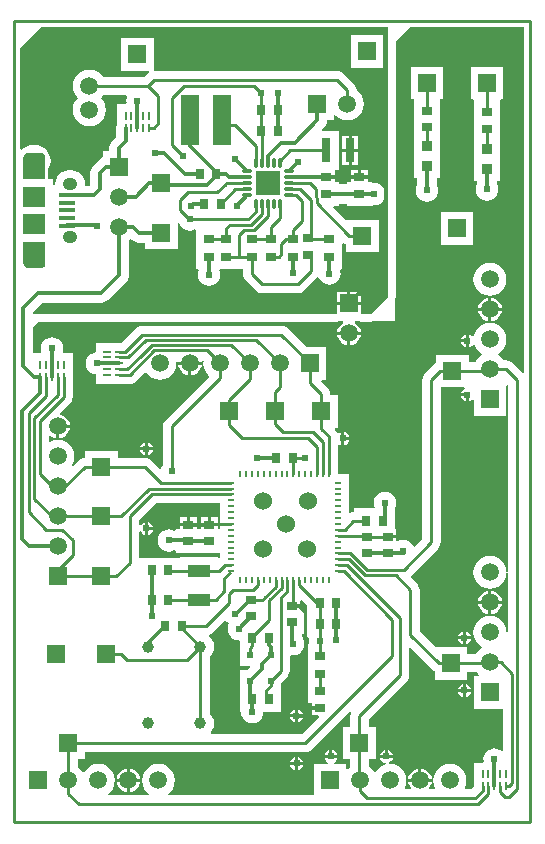
<source format=gtl>
G04 Layer_Physical_Order=1*
G04 Layer_Color=255*
%FSLAX25Y25*%
%MOIN*%
G70*
G01*
G75*
%ADD10R,0.05315X0.01575*%
%ADD11R,0.07480X0.07087*%
%ADD12R,0.03150X0.03543*%
%ADD13R,0.07500X0.04300*%
%ADD14R,0.01000X0.02800*%
%ADD15R,0.03347X0.03347*%
%ADD16R,0.03543X0.03150*%
%ADD17R,0.02800X0.01000*%
%ADD18O,0.03347X0.01181*%
%ADD19O,0.01181X0.03347*%
%ADD20R,0.08465X0.08465*%
%ADD21R,0.06299X0.16929*%
%ADD22R,0.03150X0.07874*%
%ADD23R,0.03543X0.02756*%
%ADD24R,0.01929X0.02244*%
%ADD25R,0.00984X0.02362*%
%ADD26R,0.02362X0.00984*%
%ADD27C,0.01400*%
%ADD28C,0.01000*%
%ADD29C,0.01200*%
%ADD30C,0.06000*%
%ADD31O,0.04921X0.04134*%
%ADD32C,0.05905*%
%ADD33R,0.05905X0.05905*%
%ADD34R,0.05905X0.05905*%
%ADD35C,0.01575*%
%ADD36C,0.05937*%
%ADD37C,0.03937*%
%ADD38C,0.02400*%
G36*
X112295Y36808D02*
X112077Y36283D01*
X111974Y35500D01*
Y31953D01*
X109547D01*
Y21047D01*
X111974D01*
Y18423D01*
X111278Y17889D01*
X111093Y17648D01*
X110619Y17809D01*
Y19453D01*
X106699D01*
X106392Y19917D01*
X106396Y19953D01*
X107086Y20414D01*
X107572Y21142D01*
X107644Y21500D01*
X103356D01*
X103428Y21142D01*
X103914Y20414D01*
X104604Y19953D01*
X104608Y19917D01*
X104301Y19453D01*
X99714D01*
Y9026D01*
X51296D01*
X51126Y9526D01*
X51889Y10111D01*
X52763Y11250D01*
X53312Y12577D01*
X53500Y14000D01*
X53312Y15423D01*
X52763Y16750D01*
X51889Y17889D01*
X50750Y18763D01*
X49424Y19312D01*
X48000Y19500D01*
X46576Y19312D01*
X45250Y18763D01*
X44111Y17889D01*
X43237Y16750D01*
X42688Y15423D01*
X42500Y14000D01*
X42688Y12577D01*
X43237Y11250D01*
X44111Y10111D01*
X44874Y9526D01*
X44704Y9026D01*
X31296D01*
X31126Y9526D01*
X31889Y10111D01*
X32763Y11250D01*
X33312Y12577D01*
X33500Y14000D01*
X33312Y15423D01*
X32763Y16750D01*
X31889Y17889D01*
X30750Y18763D01*
X29423Y19312D01*
X28000Y19500D01*
X26577Y19312D01*
X25250Y18763D01*
X24111Y17889D01*
X23281Y16807D01*
X23000Y16776D01*
X22719Y16807D01*
X21889Y17889D01*
X21026Y18551D01*
Y21047D01*
X23453D01*
Y23474D01*
X97000D01*
X97783Y23577D01*
X98513Y23879D01*
X99140Y24360D01*
X111871Y37092D01*
X112295Y36808D01*
D02*
G37*
G36*
X9728Y222897D02*
X10060Y222565D01*
X10240Y222131D01*
Y221896D01*
Y214474D01*
X2760D01*
Y221108D01*
Y221500D01*
X3060Y222223D01*
X3613Y222777D01*
X4337Y223077D01*
X9294D01*
X9728Y222897D01*
D02*
G37*
G36*
X139360Y50860D02*
X139987Y50380D01*
X140047Y50355D01*
Y47547D01*
X150953D01*
Y49974D01*
X154205D01*
X154611Y49444D01*
X154852Y49259D01*
X154691Y48786D01*
X153047D01*
Y37881D01*
X162974D01*
Y23982D01*
X162474Y23765D01*
X161866Y24232D01*
X160966Y24605D01*
X160000Y24732D01*
X159034Y24605D01*
X158134Y24232D01*
X157361Y23639D01*
X156768Y22866D01*
X156395Y21966D01*
X156268Y21000D01*
X156347Y20400D01*
X155939Y19900D01*
X153100D01*
Y12197D01*
X153074Y12000D01*
Y11853D01*
X152247Y11026D01*
X150359D01*
X150044Y11526D01*
X150479Y12577D01*
X150666Y14000D01*
X150479Y15423D01*
X149930Y16750D01*
X149056Y17889D01*
X147917Y18763D01*
X146590Y19312D01*
X145167Y19500D01*
X143743Y19312D01*
X142417Y18763D01*
X141278Y17889D01*
X140404Y16750D01*
X139854Y15423D01*
X139667Y14000D01*
X139854Y12577D01*
X140289Y11526D01*
X139975Y11026D01*
X138497D01*
X138251Y11526D01*
X138619Y12007D01*
X139018Y12968D01*
X139088Y13500D01*
X131246D01*
X131316Y12968D01*
X131714Y12007D01*
X132083Y11526D01*
X131836Y11026D01*
X130359D01*
X130044Y11526D01*
X130479Y12577D01*
X130666Y14000D01*
X130479Y15423D01*
X129930Y16750D01*
X129056Y17889D01*
X127917Y18763D01*
X126590Y19312D01*
X125167Y19500D01*
X124925Y19958D01*
X124925Y19972D01*
X125586Y20414D01*
X126072Y21142D01*
X126144Y21500D01*
X121856D01*
X121928Y21142D01*
X122414Y20414D01*
X123142Y19928D01*
X123703Y19816D01*
X123738Y19346D01*
X123720Y19303D01*
X122417Y18763D01*
X121278Y17889D01*
X120447Y16807D01*
X120167Y16776D01*
X119886Y16807D01*
X119056Y17889D01*
X118026Y18679D01*
Y21047D01*
X120453D01*
Y31953D01*
X118026D01*
Y34247D01*
X130640Y46860D01*
X131121Y47487D01*
X131423Y48217D01*
X131526Y49000D01*
Y58042D01*
X131988Y58233D01*
X139360Y50860D01*
D02*
G37*
G36*
X97669Y72052D02*
Y68728D01*
Y61728D01*
X97757D01*
X98108Y61228D01*
X98012Y60500D01*
X98100Y59831D01*
X97728Y59331D01*
X97728D01*
Y51575D01*
Y45669D01*
Y39681D01*
X99228D01*
Y38744D01*
X102000D01*
Y37744D01*
X99228D01*
Y35669D01*
X101237D01*
X101428Y35207D01*
X95747Y29526D01*
X65597D01*
X65350Y30026D01*
X65903Y30746D01*
X66353Y31833D01*
X66507Y33000D01*
X66353Y34166D01*
X65903Y35254D01*
X65187Y36187D01*
X65026Y36311D01*
Y55189D01*
X65187Y55313D01*
X65903Y56247D01*
X66353Y57333D01*
X66507Y58500D01*
X66353Y59667D01*
X65903Y60754D01*
X65187Y61687D01*
X64698Y62062D01*
X64760Y62435D01*
X64825Y62595D01*
X65513Y62880D01*
X66140Y63360D01*
X70063Y67284D01*
X70562Y67251D01*
X70861Y66861D01*
X71520Y66356D01*
X71151Y65466D01*
X71024Y64500D01*
X71151Y63534D01*
X71524Y62634D01*
X72117Y61861D01*
X72890Y61268D01*
X73790Y60895D01*
X74756Y60768D01*
X74793Y60773D01*
X75169Y60443D01*
Y59453D01*
X75091D01*
Y52209D01*
X78377D01*
X78568Y51747D01*
X77613Y50791D01*
X75091D01*
Y43547D01*
X75169D01*
Y36728D01*
X75514D01*
X75639Y35778D01*
X76012Y34878D01*
X76605Y34105D01*
X77378Y33512D01*
X78278Y33139D01*
X79244Y33012D01*
X80210Y33139D01*
X81110Y33512D01*
X81883Y34105D01*
X82476Y34878D01*
X82849Y35778D01*
X82974Y36728D01*
X88831D01*
Y43547D01*
X88909D01*
Y46355D01*
X90840Y48285D01*
X90840Y48285D01*
X91321Y48911D01*
X91623Y49641D01*
X91726Y50424D01*
Y55540D01*
X92226Y55870D01*
X93000Y55768D01*
X93966Y55895D01*
X94866Y56268D01*
X95639Y56861D01*
X96232Y57634D01*
X96605Y58534D01*
X96732Y59500D01*
X96605Y60466D01*
X96232Y61366D01*
X95728Y62023D01*
Y62669D01*
X96772D01*
Y70819D01*
X95272D01*
Y71756D01*
X92500D01*
Y72756D01*
X95272D01*
Y73796D01*
X95734Y73987D01*
X97669Y72052D01*
D02*
G37*
G36*
X10240Y186049D02*
Y185814D01*
X10060Y185380D01*
X9728Y185048D01*
X9294Y184868D01*
X4337D01*
X3613Y185168D01*
X3060Y185722D01*
X2760Y186445D01*
Y186837D01*
Y193471D01*
X10240D01*
Y186049D01*
D02*
G37*
G36*
X164474Y145736D02*
Y83561D01*
X163974Y83529D01*
X163962Y83622D01*
X163812Y84757D01*
X163263Y86083D01*
X162389Y87222D01*
X161250Y88096D01*
X159924Y88646D01*
X158500Y88833D01*
X157077Y88646D01*
X155750Y88096D01*
X154611Y87222D01*
X153737Y86083D01*
X153188Y84757D01*
X153000Y83333D01*
X153188Y81910D01*
X153737Y80583D01*
X154611Y79444D01*
X155750Y78570D01*
X157077Y78021D01*
X158500Y77833D01*
X159924Y78021D01*
X161250Y78570D01*
X162389Y79444D01*
X163263Y80583D01*
X163812Y81910D01*
X163962Y83045D01*
X163974Y83138D01*
X164474Y83105D01*
Y63561D01*
X163974Y63529D01*
X163812Y64757D01*
X163263Y66083D01*
X162389Y67222D01*
X161250Y68096D01*
X159924Y68646D01*
X158500Y68833D01*
X157077Y68646D01*
X155750Y68096D01*
X154611Y67222D01*
X153737Y66083D01*
X153188Y64757D01*
X153000Y63333D01*
X153188Y61910D01*
X153737Y60583D01*
X154611Y59444D01*
X155693Y58614D01*
X155724Y58333D01*
X155693Y58053D01*
X154611Y57222D01*
X153737Y56083D01*
X153713Y56026D01*
X150953D01*
Y58453D01*
X140326D01*
X135026Y63753D01*
Y77500D01*
X135026Y77500D01*
X134923Y78283D01*
X134620Y79013D01*
X134140Y79640D01*
X134140Y79640D01*
X131901Y81878D01*
X131906Y81960D01*
X141140Y91193D01*
X141621Y91820D01*
X141923Y92550D01*
X142026Y93333D01*
Y145047D01*
X149801D01*
X150108Y144583D01*
X150104Y144547D01*
X149414Y144086D01*
X148928Y143358D01*
X148856Y143000D01*
X151000D01*
Y142500D01*
X151500D01*
Y140356D01*
X151858Y140428D01*
X152547Y140888D01*
X153047Y140773D01*
Y135547D01*
X163953D01*
Y145483D01*
X164453Y145750D01*
X164474Y145736D01*
D02*
G37*
G36*
X170000Y265000D02*
X170000Y149977D01*
X169500Y149779D01*
X166140Y153140D01*
X165513Y153621D01*
X164783Y153923D01*
X164000Y154026D01*
X163051D01*
X162389Y154889D01*
X161307Y155719D01*
X161276Y156000D01*
X161307Y156281D01*
X162389Y157111D01*
X163263Y158250D01*
X163812Y159576D01*
X164000Y161000D01*
X163812Y162424D01*
X163263Y163750D01*
X162389Y164889D01*
X161250Y165763D01*
X159924Y166312D01*
X158500Y166500D01*
X157077Y166312D01*
X155750Y165763D01*
X154611Y164889D01*
X153737Y163750D01*
X153188Y162424D01*
X153144Y162093D01*
X152657Y161980D01*
X152586Y162086D01*
X151858Y162572D01*
X151500Y162644D01*
Y160500D01*
Y158356D01*
X151858Y158428D01*
X152586Y158914D01*
X152793Y159223D01*
X153357Y159168D01*
X153737Y158250D01*
X154611Y157111D01*
X155693Y156281D01*
X155724Y156000D01*
X155693Y155719D01*
X154611Y154889D01*
X153737Y153750D01*
X153644Y153526D01*
X151453D01*
Y155953D01*
X140547D01*
Y153145D01*
X140487Y153121D01*
X139860Y152640D01*
X136860Y149640D01*
X136380Y149013D01*
X136077Y148283D01*
X135974Y147500D01*
Y94586D01*
X133349Y91962D01*
X132859Y92059D01*
X132732Y92366D01*
X132139Y93139D01*
X131366Y93732D01*
X130466Y94105D01*
X129500Y94232D01*
X128534Y94105D01*
X127844Y93819D01*
X127272D01*
Y94756D01*
X124500D01*
Y95756D01*
X127272D01*
Y97831D01*
X126831D01*
Y104772D01*
X126831D01*
X126805Y104810D01*
X127105Y105534D01*
X127232Y106500D01*
X127105Y107466D01*
X126732Y108366D01*
X126139Y109139D01*
X125366Y109732D01*
X124466Y110105D01*
X123500Y110232D01*
X122534Y110105D01*
X121634Y109732D01*
X120861Y109139D01*
X120268Y108366D01*
X119895Y107466D01*
X119768Y106500D01*
X119895Y105534D01*
X120039Y105187D01*
X119761Y104772D01*
X113169D01*
Y103526D01*
X113000D01*
X112217Y103423D01*
X111898Y103291D01*
X111398Y103625D01*
Y106335D01*
Y110272D01*
Y116256D01*
X107790D01*
Y125896D01*
X108290Y126163D01*
X108642Y125928D01*
X109000Y125856D01*
Y128000D01*
Y130144D01*
X108642Y130072D01*
X108138Y129736D01*
X107572Y129858D01*
X107534Y129888D01*
X107384Y130249D01*
X106903Y130876D01*
X106694Y131085D01*
X106885Y131547D01*
X107753D01*
Y142453D01*
X105326D01*
Y142800D01*
X105223Y143583D01*
X104920Y144313D01*
X104440Y144940D01*
X102294Y147085D01*
X102485Y147547D01*
X103953D01*
Y158453D01*
X97326D01*
X91140Y164640D01*
X90513Y165120D01*
X89783Y165423D01*
X89000Y165526D01*
X42500D01*
X42500Y165526D01*
X41717Y165423D01*
X40987Y165120D01*
X40360Y164640D01*
X40360Y164640D01*
X35647Y159926D01*
X35000D01*
X34803Y159900D01*
X27100D01*
Y156679D01*
X26534Y156605D01*
X25634Y156232D01*
X24861Y155639D01*
X24268Y154866D01*
X23895Y153966D01*
X23768Y153000D01*
X23895Y152034D01*
X24268Y151134D01*
X24861Y150361D01*
X25634Y149768D01*
X26534Y149395D01*
X27100Y149321D01*
Y146100D01*
X34803D01*
X35000Y146074D01*
X35197Y146100D01*
X38900D01*
Y146240D01*
X39186Y146277D01*
X39916Y146580D01*
X40543Y147060D01*
X43378Y149896D01*
X44042Y149853D01*
X44611Y149111D01*
X45750Y148237D01*
X47076Y147688D01*
X48500Y147500D01*
X49924Y147688D01*
X51250Y148237D01*
X52389Y149111D01*
X53263Y150250D01*
X53812Y151576D01*
X54000Y153000D01*
X53945Y153413D01*
X54270Y153766D01*
X54489Y153500D01*
X58500D01*
X62421D01*
X62408Y153599D01*
X62718Y154014D01*
X63085Y153646D01*
X63000Y153000D01*
X63188Y151576D01*
X63737Y150250D01*
X64611Y149111D01*
X64662Y149072D01*
X64694Y148573D01*
X50360Y134240D01*
X49880Y133613D01*
X49577Y132883D01*
X49474Y132100D01*
Y119134D01*
X49268Y118866D01*
X48932Y118054D01*
X48433Y117846D01*
X45640Y120640D01*
X45013Y121121D01*
X44283Y121423D01*
X43500Y121526D01*
X34453D01*
Y123953D01*
X23547D01*
Y122017D01*
X23500Y121526D01*
X22717Y121423D01*
X21987Y121121D01*
X21360Y120640D01*
X19637Y118916D01*
X19261Y119247D01*
X19263Y119250D01*
X19812Y120577D01*
X20000Y122000D01*
X19812Y123424D01*
X19263Y124750D01*
X18389Y125889D01*
X17250Y126763D01*
X15923Y127312D01*
X14500Y127500D01*
X13077Y127312D01*
X11926Y126836D01*
X11426Y127092D01*
Y128746D01*
X11926Y128993D01*
X12507Y128547D01*
X13468Y128149D01*
X14000Y128079D01*
Y132000D01*
X14500D01*
Y132500D01*
X18421D01*
X18351Y133032D01*
X17953Y133993D01*
X17319Y134819D01*
X16493Y135453D01*
X15532Y135851D01*
X15283Y135884D01*
X15122Y136357D01*
X18540Y139775D01*
X19020Y140401D01*
X19323Y141131D01*
X19426Y141914D01*
Y148500D01*
X19400Y148697D01*
Y152400D01*
Y156400D01*
X16292D01*
X16014Y156816D01*
X16105Y157034D01*
X16232Y158000D01*
X16105Y158966D01*
X15732Y159866D01*
X15139Y160639D01*
X14366Y161232D01*
X13466Y161605D01*
X12500Y161732D01*
X11534Y161605D01*
X10634Y161232D01*
X9861Y160639D01*
X9268Y159866D01*
X8895Y158966D01*
X8768Y158000D01*
X8895Y157034D01*
X8986Y156816D01*
X8708Y156400D01*
X6228D01*
Y165228D01*
X7951Y166951D01*
X107547Y166951D01*
X107793Y167000D01*
X109521D01*
X109621Y166500D01*
X109507Y166453D01*
X108681Y165819D01*
X108047Y164993D01*
X107649Y164032D01*
X107579Y163500D01*
X111500D01*
X115421D01*
X115351Y164032D01*
X114953Y164993D01*
X114319Y165819D01*
X113493Y166453D01*
X113379Y166500D01*
X113479Y167000D01*
X115207D01*
X115453Y166951D01*
X119000D01*
X119246Y167000D01*
X127000D01*
Y174754D01*
X127049Y175000D01*
Y206875D01*
X127128Y207473D01*
Y213100D01*
X127049Y213697D01*
X127049Y260049D01*
X132000Y265000D01*
X170000Y265000D01*
D02*
G37*
G36*
X124500Y265000D02*
X124500Y175000D01*
X119000Y169500D01*
X115453D01*
Y172500D01*
X111500D01*
X107547D01*
Y169500D01*
X6500Y169500D01*
X6228Y169772D01*
Y170163D01*
X9337Y173272D01*
X29000D01*
X29835Y173382D01*
X30614Y173705D01*
X31282Y174218D01*
X37282Y180218D01*
X37795Y180886D01*
X38118Y181665D01*
X38228Y182500D01*
Y194104D01*
X38852Y194583D01*
X39218Y194218D01*
X39886Y193705D01*
X40665Y193382D01*
X41500Y193272D01*
X43547D01*
Y191047D01*
X54453D01*
Y199796D01*
X54953Y199895D01*
X55268Y199134D01*
X55861Y198361D01*
X56634Y197768D01*
X57534Y197395D01*
X58500Y197268D01*
X59466Y197395D01*
X60043Y197634D01*
X60543Y197300D01*
Y190512D01*
Y184606D01*
X61104D01*
X61438Y184106D01*
X61210Y183556D01*
X61083Y182591D01*
X61210Y181625D01*
X61583Y180725D01*
X62176Y179952D01*
X62949Y179359D01*
X63849Y178986D01*
X64815Y178859D01*
X65781Y178986D01*
X66681Y179359D01*
X67454Y179952D01*
X68047Y180725D01*
X68420Y181625D01*
X68547Y182591D01*
X68420Y183556D01*
X68205Y184075D01*
X68539Y184575D01*
X74772D01*
Y184606D01*
X76017D01*
Y182957D01*
X76121Y182174D01*
X76423Y181444D01*
X76904Y180817D01*
X80367Y177353D01*
X80994Y176872D01*
X81724Y176570D01*
X82507Y176467D01*
X94533D01*
X95316Y176570D01*
X96046Y176872D01*
X96672Y177353D01*
X100972Y181653D01*
X101205Y181659D01*
X101549Y181568D01*
X101768Y181040D01*
X102361Y180267D01*
X103134Y179674D01*
X104034Y179301D01*
X105000Y179174D01*
X105966Y179301D01*
X106866Y179674D01*
X107639Y180267D01*
X108232Y181040D01*
X108605Y181940D01*
X108732Y182906D01*
X108605Y183871D01*
X108473Y184191D01*
X108750Y184606D01*
X109272D01*
Y190512D01*
Y192798D01*
X109772Y193045D01*
X109987Y192879D01*
X110547Y192648D01*
Y190047D01*
X121453D01*
Y200953D01*
X110547D01*
X110547Y200953D01*
Y200953D01*
X110127Y201152D01*
X106328Y204952D01*
X106519Y205413D01*
X108272D01*
Y206261D01*
X110728D01*
Y205413D01*
X119272D01*
Y205473D01*
X119648Y205803D01*
X120000Y205756D01*
X120966Y205883D01*
X121866Y206256D01*
X122639Y206849D01*
X123232Y207622D01*
X123605Y208522D01*
X123732Y209488D01*
X123605Y210454D01*
X123232Y211354D01*
X122639Y212127D01*
X121866Y212720D01*
X120966Y213093D01*
X120000Y213220D01*
X119648Y213174D01*
X119272Y213503D01*
Y213563D01*
X117772D01*
Y214500D01*
X115000D01*
X112228D01*
Y213563D01*
X110728D01*
Y212716D01*
X108272D01*
Y213563D01*
X106772D01*
Y214500D01*
X104000D01*
Y215500D01*
X106772D01*
Y217563D01*
X108075D01*
Y230437D01*
X102655D01*
X102463Y230899D01*
X103282Y231718D01*
X103795Y232386D01*
X104118Y233165D01*
X104228Y234000D01*
Y234047D01*
X106453D01*
Y235691D01*
X106926Y235852D01*
X107111Y235611D01*
X108250Y234737D01*
X109576Y234188D01*
X111000Y234000D01*
X112424Y234188D01*
X113750Y234737D01*
X114889Y235611D01*
X115763Y236750D01*
X116312Y238076D01*
X116500Y239500D01*
X116312Y240924D01*
X115763Y242250D01*
X114889Y243389D01*
X114018Y244057D01*
X113923Y244783D01*
X113620Y245513D01*
X113140Y246140D01*
X109640Y249640D01*
X109013Y250120D01*
X108283Y250423D01*
X107500Y250526D01*
X46944D01*
X46621Y250540D01*
X46453Y251007D01*
Y261453D01*
X35547D01*
Y250547D01*
X44886D01*
X44941Y250445D01*
X45018Y250047D01*
X44486Y249640D01*
X43310Y248463D01*
X29571D01*
X28900Y249337D01*
X27758Y250214D01*
X26428Y250765D01*
X25000Y250953D01*
X23572Y250765D01*
X22242Y250214D01*
X21100Y249337D01*
X20223Y248195D01*
X19672Y246865D01*
X19484Y245437D01*
X19672Y244009D01*
X20223Y242679D01*
X20831Y241887D01*
X21077Y241500D01*
X20831Y241113D01*
X20223Y240321D01*
X19672Y238991D01*
X19484Y237563D01*
X19672Y236135D01*
X20223Y234805D01*
X21100Y233663D01*
X22242Y232786D01*
X23572Y232235D01*
X25000Y232047D01*
X26428Y232235D01*
X27758Y232786D01*
X28900Y233663D01*
X29777Y234805D01*
X30328Y236135D01*
X30516Y237563D01*
X30328Y238991D01*
X29777Y240321D01*
X29169Y241113D01*
X28923Y241500D01*
X29169Y241887D01*
X29571Y242411D01*
X37246D01*
X37580Y241911D01*
X37395Y241466D01*
X37268Y240500D01*
X37347Y239900D01*
X36939Y239400D01*
X34100D01*
Y232358D01*
X34080Y232309D01*
X33973Y231500D01*
Y228538D01*
X32600Y227164D01*
X32087Y226496D01*
X31764Y225717D01*
X31654Y224882D01*
Y223953D01*
X29547D01*
Y221638D01*
X29004Y221413D01*
X28336Y220900D01*
X26218Y218782D01*
X25705Y218114D01*
X25382Y217335D01*
X25272Y216500D01*
Y212337D01*
X25128Y212193D01*
X23836D01*
X23506Y212569D01*
X23528Y212732D01*
X23371Y213925D01*
X22910Y215035D01*
X22178Y215989D01*
X21224Y216722D01*
X20113Y217182D01*
X18921Y217339D01*
X18134D01*
X16942Y217182D01*
X15831Y216722D01*
X14877Y215989D01*
X14145Y215035D01*
X13684Y213925D01*
X13528Y212732D01*
X13240Y212405D01*
X12740Y212411D01*
Y214543D01*
X11260D01*
Y217578D01*
X11304Y217636D01*
X11858Y218974D01*
X12048Y220409D01*
X11858Y221845D01*
X11304Y223183D01*
X10423Y224332D01*
X9274Y225214D01*
X7936Y225768D01*
X6500Y225957D01*
X5064Y225768D01*
X3726Y225214D01*
X2577Y224332D01*
X2473Y224197D01*
X2000Y224357D01*
X2000Y258000D01*
X9000Y265000D01*
X124500Y265000D01*
D02*
G37*
G36*
X68602Y104366D02*
Y97819D01*
X67772D01*
Y98756D01*
X65000D01*
X62228D01*
Y97819D01*
X60772D01*
Y98756D01*
X58000D01*
X55228D01*
Y97819D01*
X53728D01*
Y97534D01*
X53699Y97509D01*
X53228Y97289D01*
X52466Y97605D01*
X51500Y97732D01*
X50534Y97605D01*
X49634Y97232D01*
X48861Y96639D01*
X48268Y95866D01*
X47895Y94966D01*
X47768Y94000D01*
X47895Y93034D01*
X48268Y92134D01*
X48861Y91361D01*
X49634Y90768D01*
X50534Y90395D01*
X51500Y90268D01*
X52466Y90395D01*
X53228Y90711D01*
X53699Y90491D01*
X53728Y90466D01*
Y89669D01*
X68602D01*
Y88285D01*
X68206Y88007D01*
X67750Y88222D01*
Y88450D01*
X55250D01*
Y88272D01*
X41669D01*
X41526Y88712D01*
Y96843D01*
X42026Y96995D01*
X42414Y96414D01*
X43142Y95928D01*
X43500Y95856D01*
Y98000D01*
Y100144D01*
X43142Y100072D01*
X42414Y99586D01*
X42026Y99005D01*
X41526Y99157D01*
Y100747D01*
X47080Y106301D01*
X68602D01*
Y104366D01*
D02*
G37*
%LPC*%
G36*
X96216Y19142D02*
X94572D01*
Y17498D01*
X94931Y17569D01*
X95658Y18056D01*
X96145Y18783D01*
X96216Y19142D01*
D02*
G37*
G36*
X93572D02*
X91929D01*
X92000Y18783D01*
X92486Y18056D01*
X93214Y17569D01*
X93572Y17498D01*
Y19142D01*
D02*
G37*
G36*
X41921Y13500D02*
X38500D01*
Y10079D01*
X39032Y10149D01*
X39993Y10547D01*
X40819Y11181D01*
X41453Y12007D01*
X41851Y12968D01*
X41921Y13500D01*
D02*
G37*
G36*
X37500D02*
X34079D01*
X34149Y12968D01*
X34547Y12007D01*
X35181Y11181D01*
X36007Y10547D01*
X36968Y10149D01*
X37500Y10079D01*
Y13500D01*
D02*
G37*
G36*
X38500Y17921D02*
Y14500D01*
X41921D01*
X41851Y15032D01*
X41453Y15993D01*
X40819Y16819D01*
X39993Y17453D01*
X39032Y17851D01*
X38500Y17921D01*
D02*
G37*
G36*
X37500D02*
X36968Y17851D01*
X36007Y17453D01*
X35181Y16819D01*
X34547Y15993D01*
X34149Y15032D01*
X34079Y14500D01*
X37500D01*
Y17921D01*
D02*
G37*
G36*
X93572Y21785D02*
X93214Y21714D01*
X92486Y21228D01*
X92000Y20500D01*
X91929Y20142D01*
X93572D01*
Y21785D01*
D02*
G37*
G36*
X105000Y24144D02*
X104642Y24072D01*
X103914Y23586D01*
X103428Y22858D01*
X103356Y22500D01*
X105000D01*
Y24144D01*
D02*
G37*
G36*
X94572Y21785D02*
Y20142D01*
X96216D01*
X96145Y20500D01*
X95658Y21228D01*
X94931Y21714D01*
X94572Y21785D01*
D02*
G37*
G36*
X106000Y24144D02*
Y22500D01*
X107644D01*
X107572Y22858D01*
X107086Y23586D01*
X106358Y24072D01*
X106000Y24144D01*
D02*
G37*
G36*
X149500Y43500D02*
X147856D01*
X147928Y43142D01*
X148414Y42414D01*
X149142Y41928D01*
X149500Y41856D01*
Y43500D01*
D02*
G37*
G36*
X152144D02*
X150500D01*
Y41856D01*
X150858Y41928D01*
X151586Y42414D01*
X152072Y43142D01*
X152144Y43500D01*
D02*
G37*
G36*
X149500Y46144D02*
X149142Y46072D01*
X148414Y45586D01*
X147928Y44858D01*
X147856Y44500D01*
X149500D01*
Y46144D01*
D02*
G37*
G36*
X150500D02*
Y44500D01*
X152144D01*
X152072Y44858D01*
X151586Y45586D01*
X150858Y46072D01*
X150500Y46144D01*
D02*
G37*
G36*
X135667Y17921D02*
Y14500D01*
X139088D01*
X139018Y15032D01*
X138619Y15993D01*
X137986Y16819D01*
X137160Y17453D01*
X136198Y17851D01*
X135667Y17921D01*
D02*
G37*
G36*
X134667D02*
X134135Y17851D01*
X133173Y17453D01*
X132348Y16819D01*
X131714Y15993D01*
X131316Y15032D01*
X131246Y14500D01*
X134667D01*
Y17921D01*
D02*
G37*
G36*
X124500Y24144D02*
Y22500D01*
X126144D01*
X126072Y22858D01*
X125586Y23586D01*
X124858Y24072D01*
X124500Y24144D01*
D02*
G37*
G36*
X123500D02*
X123142Y24072D01*
X122414Y23586D01*
X121928Y22858D01*
X121856Y22500D01*
X123500D01*
Y24144D01*
D02*
G37*
G36*
X94500Y37644D02*
Y36000D01*
X96144D01*
X96072Y36358D01*
X95586Y37086D01*
X94858Y37572D01*
X94500Y37644D01*
D02*
G37*
G36*
X93500Y35000D02*
X91856D01*
X91928Y34642D01*
X92414Y33914D01*
X93142Y33428D01*
X93500Y33356D01*
Y35000D01*
D02*
G37*
G36*
Y37644D02*
X93142Y37572D01*
X92414Y37086D01*
X91928Y36358D01*
X91856Y36000D01*
X93500D01*
Y37644D01*
D02*
G37*
G36*
X96144Y35000D02*
X94500D01*
Y33356D01*
X94858Y33428D01*
X95586Y33914D01*
X96072Y34642D01*
X96144Y35000D01*
D02*
G37*
G36*
X158000Y77254D02*
X157468Y77184D01*
X156507Y76786D01*
X155681Y76152D01*
X155047Y75327D01*
X154649Y74365D01*
X154579Y73833D01*
X158000D01*
Y77254D01*
D02*
G37*
G36*
X162421Y72833D02*
X159000D01*
Y69412D01*
X159532Y69482D01*
X160493Y69881D01*
X161319Y70514D01*
X161953Y71340D01*
X162351Y72301D01*
X162421Y72833D01*
D02*
G37*
G36*
X159000Y77254D02*
Y73833D01*
X162421D01*
X162351Y74365D01*
X161953Y75327D01*
X161319Y76152D01*
X160493Y76786D01*
X159532Y77184D01*
X159000Y77254D01*
D02*
G37*
G36*
X158000Y72833D02*
X154579D01*
X154649Y72301D01*
X155047Y71340D01*
X155681Y70514D01*
X156507Y69881D01*
X157468Y69482D01*
X158000Y69412D01*
Y72833D01*
D02*
G37*
G36*
X152144Y61000D02*
X150500D01*
Y59356D01*
X150858Y59428D01*
X151586Y59914D01*
X152072Y60642D01*
X152144Y61000D01*
D02*
G37*
G36*
X149500D02*
X147856D01*
X147928Y60642D01*
X148414Y59914D01*
X149142Y59428D01*
X149500Y59356D01*
Y61000D01*
D02*
G37*
G36*
X150500Y63644D02*
Y62000D01*
X152144D01*
X152072Y62358D01*
X151586Y63086D01*
X150858Y63572D01*
X150500Y63644D01*
D02*
G37*
G36*
X149500D02*
X149142Y63572D01*
X148414Y63086D01*
X147928Y62358D01*
X147856Y62000D01*
X149500D01*
Y63644D01*
D02*
G37*
G36*
X150500Y142000D02*
X148856D01*
X148928Y141642D01*
X149414Y140914D01*
X150142Y140428D01*
X150500Y140356D01*
Y142000D01*
D02*
G37*
G36*
X152953Y203453D02*
X142047D01*
Y192547D01*
X152953D01*
Y203453D01*
D02*
G37*
G36*
X158500Y186500D02*
X157077Y186312D01*
X155750Y185763D01*
X154611Y184889D01*
X153737Y183750D01*
X153188Y182423D01*
X153000Y181000D01*
X153188Y179577D01*
X153737Y178250D01*
X154611Y177111D01*
X155750Y176237D01*
X157077Y175688D01*
X158500Y175500D01*
X159924Y175688D01*
X161250Y176237D01*
X162389Y177111D01*
X163263Y178250D01*
X163812Y179577D01*
X164000Y181000D01*
X163812Y182423D01*
X163263Y183750D01*
X162389Y184889D01*
X161250Y185763D01*
X159924Y186312D01*
X158500Y186500D01*
D02*
G37*
G36*
X162421Y170500D02*
X159000D01*
Y167079D01*
X159532Y167149D01*
X160493Y167547D01*
X161319Y168181D01*
X161953Y169007D01*
X162351Y169968D01*
X162421Y170500D01*
D02*
G37*
G36*
X158000D02*
X154579D01*
X154649Y169968D01*
X155047Y169007D01*
X155681Y168181D01*
X156507Y167547D01*
X157468Y167149D01*
X158000Y167079D01*
Y170500D01*
D02*
G37*
G36*
X159000Y174921D02*
Y171500D01*
X162421D01*
X162351Y172032D01*
X161953Y172993D01*
X161319Y173819D01*
X160493Y174453D01*
X159532Y174851D01*
X159000Y174921D01*
D02*
G37*
G36*
X158000D02*
X157468Y174851D01*
X156507Y174453D01*
X155681Y173819D01*
X155047Y172993D01*
X154649Y172032D01*
X154579Y171500D01*
X158000D01*
Y174921D01*
D02*
G37*
G36*
X142953Y251953D02*
X132047D01*
Y241047D01*
X133228D01*
Y233181D01*
Y227669D01*
X133327D01*
Y221327D01*
Y214634D01*
X134272D01*
Y212525D01*
X134268Y212520D01*
X133895Y211619D01*
X133768Y210653D01*
X133895Y209688D01*
X134268Y208788D01*
X134861Y208015D01*
X135634Y207422D01*
X136534Y207049D01*
X137500Y206922D01*
X138466Y207049D01*
X139366Y207422D01*
X140139Y208015D01*
X140732Y208788D01*
X141105Y209688D01*
X141232Y210653D01*
X141105Y211619D01*
X140732Y212520D01*
X140728Y212525D01*
Y214634D01*
X141673D01*
Y221327D01*
Y227669D01*
X141772D01*
Y233181D01*
Y241047D01*
X142953D01*
Y251953D01*
D02*
G37*
G36*
X162953D02*
X152047D01*
Y241047D01*
X152818D01*
X153228Y240831D01*
Y232681D01*
Y227169D01*
X153327D01*
Y220327D01*
Y213634D01*
X154272D01*
Y212872D01*
X154268Y212866D01*
X153895Y211966D01*
X153768Y211000D01*
X153895Y210034D01*
X154268Y209134D01*
X154861Y208361D01*
X155634Y207768D01*
X156534Y207395D01*
X157500Y207268D01*
X158466Y207395D01*
X159366Y207768D01*
X160139Y208361D01*
X160732Y209134D01*
X161105Y210034D01*
X161232Y211000D01*
X161105Y211966D01*
X160732Y212866D01*
X160728Y212872D01*
Y213634D01*
X161673D01*
Y220327D01*
Y227169D01*
X161772D01*
Y232681D01*
Y240831D01*
X162182Y241047D01*
X162953D01*
Y251953D01*
D02*
G37*
G36*
X150500Y162644D02*
X150142Y162572D01*
X149414Y162086D01*
X148928Y161358D01*
X148856Y161000D01*
X150500D01*
Y162644D01*
D02*
G37*
G36*
X46144Y124000D02*
X44500D01*
Y122356D01*
X44858Y122428D01*
X45586Y122914D01*
X46072Y123642D01*
X46144Y124000D01*
D02*
G37*
G36*
X43500D02*
X41856D01*
X41928Y123642D01*
X42414Y122914D01*
X43142Y122428D01*
X43500Y122356D01*
Y124000D01*
D02*
G37*
G36*
X44500Y126644D02*
Y125000D01*
X46144D01*
X46072Y125358D01*
X45586Y126086D01*
X44858Y126572D01*
X44500Y126644D01*
D02*
G37*
G36*
X43500D02*
X43142Y126572D01*
X42414Y126086D01*
X41928Y125358D01*
X41856Y125000D01*
X43500D01*
Y126644D01*
D02*
G37*
G36*
X111644Y127500D02*
X110000D01*
Y125856D01*
X110358Y125928D01*
X111086Y126414D01*
X111572Y127142D01*
X111644Y127500D01*
D02*
G37*
G36*
X150500Y160000D02*
X148856D01*
X148928Y159642D01*
X149414Y158914D01*
X150142Y158428D01*
X150500Y158356D01*
Y160000D01*
D02*
G37*
G36*
X62421Y152500D02*
X59000D01*
Y149079D01*
X59532Y149149D01*
X60493Y149547D01*
X61319Y150181D01*
X61953Y151007D01*
X62351Y151968D01*
X62421Y152500D01*
D02*
G37*
G36*
X115421Y162500D02*
X112000D01*
Y159079D01*
X112532Y159149D01*
X113493Y159547D01*
X114319Y160181D01*
X114953Y161007D01*
X115351Y161968D01*
X115421Y162500D01*
D02*
G37*
G36*
X111000D02*
X107579D01*
X107649Y161968D01*
X108047Y161007D01*
X108681Y160181D01*
X109507Y159547D01*
X110468Y159149D01*
X111000Y159079D01*
Y162500D01*
D02*
G37*
G36*
X110000Y130144D02*
Y128500D01*
X111644D01*
X111572Y128858D01*
X111086Y129586D01*
X110358Y130072D01*
X110000Y130144D01*
D02*
G37*
G36*
X18421Y131500D02*
X15000D01*
Y128079D01*
X15532Y128149D01*
X16493Y128547D01*
X17319Y129181D01*
X17953Y130007D01*
X18351Y130968D01*
X18421Y131500D01*
D02*
G37*
G36*
X58000Y152500D02*
X54579D01*
X54649Y151968D01*
X55047Y151007D01*
X55681Y150181D01*
X56507Y149547D01*
X57468Y149149D01*
X58000Y149079D01*
Y152500D01*
D02*
G37*
G36*
X115453Y176953D02*
X112000D01*
Y173500D01*
X115453D01*
Y176953D01*
D02*
G37*
G36*
X111000D02*
X107547D01*
Y173500D01*
X111000D01*
Y176953D01*
D02*
G37*
G36*
X111401Y228937D02*
X109327D01*
Y224500D01*
X111401D01*
Y228937D01*
D02*
G37*
G36*
X114476Y223500D02*
X112401D01*
Y219063D01*
X114476D01*
Y223500D01*
D02*
G37*
G36*
X122953Y262453D02*
X112047D01*
Y251547D01*
X122953D01*
Y262453D01*
D02*
G37*
G36*
X114476Y228937D02*
X112401D01*
Y224500D01*
X114476D01*
Y228937D01*
D02*
G37*
G36*
X114500Y217575D02*
X112228D01*
Y215500D01*
X114500D01*
Y217575D01*
D02*
G37*
G36*
X111401Y223500D02*
X109327D01*
Y219063D01*
X111401D01*
Y223500D01*
D02*
G37*
G36*
X117772Y217575D02*
X115500D01*
Y215500D01*
X117772D01*
Y217575D01*
D02*
G37*
G36*
X46144Y97500D02*
X44500D01*
Y95856D01*
X44858Y95928D01*
X45586Y96414D01*
X46072Y97142D01*
X46144Y97500D01*
D02*
G37*
G36*
X44500Y100144D02*
Y98500D01*
X46144D01*
X46072Y98858D01*
X45586Y99586D01*
X44858Y100072D01*
X44500Y100144D01*
D02*
G37*
G36*
X57500Y101831D02*
X55228D01*
Y99756D01*
X57500D01*
Y101831D01*
D02*
G37*
G36*
X64500D02*
X62228D01*
Y99756D01*
X64500D01*
Y101831D01*
D02*
G37*
G36*
X60772D02*
X58500D01*
Y99756D01*
X60772D01*
Y101831D01*
D02*
G37*
G36*
X67772D02*
X65500D01*
Y99756D01*
X67772D01*
Y101831D01*
D02*
G37*
%LPD*%
D10*
X17543Y201413D02*
D03*
Y203972D02*
D03*
Y206532D02*
D03*
Y198854D02*
D03*
Y209090D02*
D03*
D11*
X6500Y208500D02*
D03*
Y199445D02*
D03*
D12*
X45744Y84000D02*
D03*
X51256D02*
D03*
X45744Y74000D02*
D03*
X51256D02*
D03*
X50244Y65500D02*
D03*
X55756D02*
D03*
X107256Y73000D02*
D03*
X101744D02*
D03*
X107256Y66000D02*
D03*
X101744D02*
D03*
X87756Y230500D02*
D03*
X82244D02*
D03*
X122756Y100500D02*
D03*
X117244D02*
D03*
X79244Y41000D02*
D03*
X84756D02*
D03*
X84756Y61500D02*
D03*
X79244D02*
D03*
X67256Y216000D02*
D03*
X61744D02*
D03*
X87244Y121500D02*
D03*
X92756D02*
D03*
X63244Y206000D02*
D03*
X68756D02*
D03*
X87756Y237500D02*
D03*
X82244D02*
D03*
D13*
X61500Y74200D02*
D03*
Y83800D02*
D03*
D14*
X156100Y16000D02*
D03*
X158000D02*
D03*
X160000D02*
D03*
X162000D02*
D03*
X163900D02*
D03*
Y12000D02*
D03*
X162000D02*
D03*
X160000D02*
D03*
X158000D02*
D03*
X156100D02*
D03*
X37100Y235500D02*
D03*
X39000D02*
D03*
X41000D02*
D03*
X43000D02*
D03*
X44900D02*
D03*
Y231500D02*
D03*
X43000D02*
D03*
X41000D02*
D03*
X39000D02*
D03*
X37100D02*
D03*
X8600Y152500D02*
D03*
X10500D02*
D03*
X12500D02*
D03*
X14500D02*
D03*
X16400D02*
D03*
Y148500D02*
D03*
X14500D02*
D03*
X12500D02*
D03*
X10500D02*
D03*
X8600D02*
D03*
D15*
X157500Y217807D02*
D03*
Y224500D02*
D03*
X137500Y218807D02*
D03*
Y225500D02*
D03*
D16*
X157500Y231244D02*
D03*
Y236756D02*
D03*
X137500Y231744D02*
D03*
Y237256D02*
D03*
X79000Y68744D02*
D03*
Y74256D02*
D03*
X65000Y93744D02*
D03*
Y99256D02*
D03*
X92500Y66744D02*
D03*
Y72256D02*
D03*
X58000Y93744D02*
D03*
Y99256D02*
D03*
X115000Y209488D02*
D03*
Y215000D02*
D03*
X104000Y209488D02*
D03*
Y215000D02*
D03*
X124500Y89744D02*
D03*
Y95256D02*
D03*
X117500Y89744D02*
D03*
Y95256D02*
D03*
X102000Y38244D02*
D03*
Y43756D02*
D03*
D17*
X31000Y149100D02*
D03*
Y151000D02*
D03*
Y153000D02*
D03*
Y155000D02*
D03*
Y156900D02*
D03*
X35000D02*
D03*
Y155000D02*
D03*
Y153000D02*
D03*
Y151000D02*
D03*
Y149100D02*
D03*
D18*
X77642Y216968D02*
D03*
Y215000D02*
D03*
Y213032D02*
D03*
Y211063D02*
D03*
Y209095D02*
D03*
X91421D02*
D03*
Y211063D02*
D03*
Y213032D02*
D03*
Y215000D02*
D03*
Y216968D02*
D03*
D19*
X80594Y206142D02*
D03*
X82563D02*
D03*
X84531D02*
D03*
X86500D02*
D03*
X88468D02*
D03*
Y219921D02*
D03*
X86500D02*
D03*
X84531D02*
D03*
X82563D02*
D03*
X80594D02*
D03*
D20*
X84531Y213032D02*
D03*
D21*
X58579Y233984D02*
D03*
X69209Y233984D02*
D03*
D22*
X104000Y224000D02*
D03*
X111902D02*
D03*
D23*
X102000Y55453D02*
D03*
Y49547D02*
D03*
X93000Y188500D02*
D03*
Y194405D02*
D03*
X85500Y188453D02*
D03*
Y194358D02*
D03*
X79043Y194390D02*
D03*
Y188484D02*
D03*
X105000Y188484D02*
D03*
Y194390D02*
D03*
X98000Y194905D02*
D03*
Y189000D02*
D03*
X64815Y188484D02*
D03*
Y194390D02*
D03*
X70500Y194358D02*
D03*
Y188453D02*
D03*
D24*
X85445Y55831D02*
D03*
Y47169D02*
D03*
X78555D02*
D03*
Y55831D02*
D03*
D25*
X92953Y80783D02*
D03*
X90984D02*
D03*
X89016D02*
D03*
X94921D02*
D03*
X96890D02*
D03*
X87047D02*
D03*
X85079D02*
D03*
X83110D02*
D03*
X75236D02*
D03*
X77205D02*
D03*
X79173D02*
D03*
X81142D02*
D03*
X98858D02*
D03*
X100827D02*
D03*
X102795D02*
D03*
X104764D02*
D03*
Y116217D02*
D03*
X102795D02*
D03*
X100827D02*
D03*
X98858D02*
D03*
X96890D02*
D03*
X94921D02*
D03*
X92953D02*
D03*
X90984D02*
D03*
X89016D02*
D03*
X87047D02*
D03*
X85079D02*
D03*
X83110D02*
D03*
X81142D02*
D03*
X79173D02*
D03*
X77205D02*
D03*
X75236D02*
D03*
D26*
X72284Y103421D02*
D03*
Y105390D02*
D03*
Y107358D02*
D03*
Y101453D02*
D03*
Y99484D02*
D03*
Y109327D02*
D03*
Y111295D02*
D03*
Y97516D02*
D03*
Y95547D02*
D03*
Y113264D02*
D03*
Y83736D02*
D03*
Y85705D02*
D03*
Y87673D02*
D03*
Y89642D02*
D03*
Y91610D02*
D03*
Y93579D02*
D03*
X107717Y83736D02*
D03*
Y85705D02*
D03*
Y87673D02*
D03*
Y89642D02*
D03*
Y91610D02*
D03*
Y93579D02*
D03*
Y95547D02*
D03*
Y97516D02*
D03*
Y99484D02*
D03*
Y101453D02*
D03*
Y103421D02*
D03*
Y105390D02*
D03*
Y107358D02*
D03*
Y109327D02*
D03*
Y111295D02*
D03*
Y113264D02*
D03*
D27*
X129744Y90256D02*
X129988Y90500D01*
X124500Y89744D02*
X129744D01*
X17543Y198979D02*
X27284D01*
X107256Y60744D02*
Y66000D01*
Y73000D01*
X92500Y60000D02*
X93000Y59500D01*
X92500Y60000D02*
Y66744D01*
X105000Y182906D02*
Y188484D01*
X64815Y182591D02*
Y188484D01*
X93000Y183193D02*
Y188500D01*
X137500Y210653D02*
Y218807D01*
X35000Y208500D02*
X40500D01*
X45000Y213000D01*
X49000D01*
Y212428D02*
Y213000D01*
X64065Y212428D02*
X67256Y215620D01*
Y216000D01*
X70500D01*
X71500Y215000D01*
X59500Y206000D02*
X63244D01*
X59000Y205500D02*
X59500Y206000D01*
X84531Y219921D02*
Y222031D01*
X89000Y226500D01*
X93500D01*
X101000Y234000D01*
Y239500D01*
X104000Y215000D02*
X115000D01*
X104000Y209488D02*
X115000D01*
X87756Y230500D02*
Y237500D01*
Y243256D01*
X91421Y216968D02*
X94453Y220000D01*
X73610Y221000D02*
X77642Y216968D01*
X74047Y205500D02*
X77642Y209095D01*
X44500Y59756D02*
X50244Y65500D01*
X31000Y153000D02*
X35000D01*
X27500D02*
X31000D01*
X12500Y148500D02*
Y152500D01*
Y158000D01*
X41000Y231500D02*
Y235500D01*
Y240500D01*
X5000Y92000D02*
X12500D01*
X58000Y93744D02*
X65000D01*
X57744Y94000D02*
X58000Y93744D01*
X51500Y94000D02*
X57744D01*
X34882Y218618D02*
Y224882D01*
X37100Y227100D01*
X115000Y209488D02*
X120000D01*
X81000Y121500D02*
X87244D01*
X45744Y68744D02*
Y74000D01*
Y84000D01*
X117500Y89744D02*
X124500D01*
X3000Y171500D02*
X8000Y176500D01*
X29000D01*
X35000Y182500D01*
Y198500D01*
X39500D01*
X41500Y196500D01*
X49000D01*
X30618Y218618D02*
X34882D01*
X26465Y208965D02*
X28500Y211000D01*
Y216500D01*
X30618Y218618D01*
X122756Y100500D02*
X123500Y101244D01*
Y106500D01*
X115000Y215000D02*
X122000D01*
X123900Y213100D01*
Y207473D02*
Y213100D01*
X123500Y207073D02*
X123900Y207473D01*
X123500Y181000D02*
Y207073D01*
X118500Y176000D02*
X123500Y181000D01*
X114500Y176000D02*
X118500D01*
X112000Y173500D02*
X114500Y176000D01*
X67256Y216000D02*
Y216744D01*
X58579Y225421D02*
Y233984D01*
Y225421D02*
X67256Y216744D01*
X47000Y223000D02*
X49685D01*
X56685Y216000D01*
X61744D01*
X129500Y90500D02*
X129988D01*
X129744Y89744D02*
Y90256D01*
X74756Y64500D02*
X79000Y68744D01*
X27284Y198979D02*
X27382Y198882D01*
X17543Y208965D02*
X26465D01*
X49000Y212428D02*
X64065D01*
X160000Y12000D02*
Y16000D01*
Y21000D01*
X157500Y211000D02*
Y217807D01*
X2500Y94500D02*
X5000Y92000D01*
X2500Y94500D02*
Y137000D01*
X3000Y152000D02*
Y171500D01*
Y152000D02*
X6500Y148500D01*
X84756Y59244D02*
Y61500D01*
Y59244D02*
X85500Y58500D01*
Y55886D02*
Y58500D01*
X85445Y55831D02*
X85500Y55886D01*
X82500Y51114D02*
Y52886D01*
X78555Y41689D02*
X79244Y41000D01*
Y36744D02*
Y41000D01*
X82500Y52886D02*
X85445Y55831D01*
X78555Y41689D02*
Y47169D01*
X82500Y51114D01*
D28*
X70205Y85705D02*
X72284D01*
X61500Y83800D02*
X68300D01*
X51256Y84000D02*
X51456Y83800D01*
X61500D01*
X51256Y74000D02*
X51456Y74200D01*
X61500D01*
X67200D01*
X70000Y77000D01*
Y81500D01*
X71736Y83236D01*
X101744Y66000D02*
Y73000D01*
X69209Y233984D02*
X70693Y232500D01*
X73500D01*
X80594Y225406D01*
Y219921D02*
Y225406D01*
X82563Y219921D02*
Y230181D01*
X82244Y230500D02*
X82563Y230181D01*
X82244Y230500D02*
Y237500D01*
X88468Y219921D02*
Y220468D01*
X92000Y224000D02*
X104000D01*
X88468Y220468D02*
X92000Y224000D01*
X91421Y213032D02*
X98469D01*
X100500Y211000D01*
X55756Y64744D02*
Y65500D01*
Y64744D02*
X62000Y58500D01*
Y33000D02*
Y58500D01*
X73563Y211063D02*
X77642D01*
X68756Y206000D02*
Y206256D01*
X70531Y213032D02*
X77642D01*
X58000Y210000D02*
X67500D01*
X68756Y206256D02*
X73563Y211063D01*
X67500Y210000D02*
Y210000D01*
X70374Y212874D01*
X55300Y207300D02*
X58000Y210000D01*
X55300Y203967D02*
Y207300D01*
Y203967D02*
X58267Y201000D01*
X82244Y237500D02*
Y243256D01*
X58267Y201000D02*
X58500D01*
X16000Y97500D02*
X19500Y94000D01*
Y89000D02*
Y94000D01*
X64815Y194390D02*
X70468D01*
X79012Y188453D02*
X79043Y188484D01*
X75000Y188453D02*
Y195905D01*
X70500Y188453D02*
X75000D01*
X79012D01*
X79043Y194390D02*
X85469D01*
X85500Y188453D02*
X88047D01*
X89000Y189406D01*
X90500Y194405D02*
X93000D01*
X89000Y192905D02*
X90500Y194405D01*
X89000Y189406D02*
Y192905D01*
X70468Y194390D02*
Y197968D01*
X88468Y201468D02*
Y206142D01*
X91421Y211063D02*
X95337D01*
X98886Y194390D02*
X105000D01*
X105000Y194390D01*
X91421Y209095D02*
X93906D01*
X96000Y207000D01*
X93000Y194405D02*
Y197500D01*
X96000Y200500D01*
Y207000D01*
X79043Y182957D02*
Y188484D01*
Y182957D02*
X82507Y179493D01*
X94533D01*
X98886Y183846D01*
Y188484D01*
X158500Y53333D02*
X162167D01*
X164000Y151000D02*
X167500Y147500D01*
X115167Y10333D02*
Y14000D01*
Y10333D02*
X117500Y8000D01*
X58000Y99256D02*
X65000D01*
X44900Y231500D02*
X46500D01*
X48000Y233000D01*
X111500Y195500D02*
X116000D01*
X25000Y245437D02*
X44563D01*
X48000Y233000D02*
Y242000D01*
X44563Y245437D02*
X48000Y242000D01*
X44563Y245437D02*
X46626Y247500D01*
X107500D01*
X111000Y244000D01*
Y239500D02*
Y244000D01*
X92756Y121500D02*
X92953Y121303D01*
X65000Y99256D02*
X65228Y99484D01*
X117500Y95256D02*
X124500D01*
X81142Y79142D02*
Y80783D01*
X90984Y78516D02*
Y80783D01*
X90971Y78502D02*
X90984Y78516D01*
X92500Y72256D02*
X92953Y72709D01*
X94921Y79079D02*
Y80783D01*
X23500Y118500D02*
X29000D01*
X43500D01*
X48736Y113264D01*
X4800Y103403D02*
X10656Y97547D01*
X11703D01*
X11750Y97500D01*
X16000D01*
X107717Y85705D02*
X110770D01*
X115000Y14167D02*
Y26500D01*
Y14167D02*
X115167Y14000D01*
X18000D02*
Y26500D01*
X145500Y53000D02*
X158167D01*
X158500Y53333D01*
X146000Y150500D02*
X158000D01*
X158500Y151000D01*
X142000Y150500D02*
X146000D01*
X35000Y155000D02*
X38000D01*
X149500Y44000D02*
X150000D01*
X52500Y225700D02*
Y241400D01*
X56600Y245500D01*
X80000D01*
X82244Y243256D01*
X158500Y151000D02*
X164000D01*
X158500Y151000D02*
X158500Y151000D01*
X52500Y225700D02*
X56200Y222000D01*
X137500Y237256D02*
Y246500D01*
X137500Y246500D01*
Y225500D02*
Y231744D01*
X137500Y231744D02*
X137500Y231744D01*
X157500Y224500D02*
Y231244D01*
X157500Y231244D02*
X157500Y231244D01*
X157500Y248000D02*
X157500Y248000D01*
X157500Y236756D02*
Y246500D01*
X157500Y246500D01*
X35000Y156900D02*
X36900D01*
X35000Y149100D02*
Y149200D01*
X37657Y151000D02*
X42247Y155590D01*
Y155590D01*
X35000Y151000D02*
X37657D01*
X12500Y82000D02*
X14500D01*
X29000D01*
X12500Y112000D02*
X14500D01*
X12500Y102000D02*
X14500D01*
X90971Y76971D02*
Y78502D01*
X89016Y78016D02*
Y80783D01*
X82756Y74256D02*
X83200Y74700D01*
Y74746D01*
X87047Y78593D02*
Y80783D01*
X107717Y83736D02*
X109686D01*
X107717Y87673D02*
X111347D01*
X107717Y89642D02*
X111924D01*
X117466Y84100D02*
X129767D01*
X107717Y97516D02*
X110016D01*
X113000Y100500D02*
X117244D01*
X117209Y95547D02*
X117500Y95256D01*
X95337Y211063D02*
X98886Y207514D01*
X100500Y208446D02*
Y211000D01*
Y208446D02*
X100686Y208260D01*
Y206314D02*
Y208260D01*
Y206314D02*
X111500Y195500D01*
X85469Y194390D02*
Y198468D01*
X88468Y201468D01*
X84531Y202006D02*
Y206142D01*
X58500Y201000D02*
X78000D01*
X80594Y203594D01*
Y206142D01*
X70468Y197968D02*
X71700Y199200D01*
X78746D01*
X82485Y206064D02*
X82563Y206142D01*
X75000Y195905D02*
X76494Y197400D01*
X79926D01*
X78746Y199200D02*
X82485Y202940D01*
Y206064D01*
X79926Y197400D02*
X84531Y202006D01*
X14500Y142560D02*
Y148500D01*
X4800Y103403D02*
Y136300D01*
X10500Y142000D01*
Y148500D01*
X6600Y134660D02*
X14500Y142560D01*
X6600Y107900D02*
Y134660D01*
Y107900D02*
X12500Y102000D01*
X8400Y116100D02*
X12500Y112000D01*
X8400Y116100D02*
Y133914D01*
X16400Y141914D01*
Y148500D01*
X17000Y112000D02*
X23500Y118500D01*
X14500Y112000D02*
X17000D01*
X14500Y102000D02*
X29000D01*
X92500Y72256D02*
X94744D01*
X97000Y70000D01*
X89500Y130000D02*
X99500D01*
X102795Y126705D01*
X76000Y128000D02*
X98000D01*
X100827Y125173D01*
X29000Y102000D02*
X35500D01*
X44795Y111295D01*
X29000Y82000D02*
X34000D01*
X38500Y86500D01*
Y102000D01*
X45827Y109327D01*
X38403Y149200D02*
X46656Y157453D01*
X50344D01*
X50497Y157300D01*
X56503D01*
X56656Y157453D01*
X64047D01*
X68500Y153000D01*
X42247Y155590D02*
X45910Y159253D01*
X72247D01*
X78500Y153000D01*
X36900Y156900D02*
X42500Y162500D01*
X89000D01*
X98500Y153000D01*
X38000Y155000D02*
X43900Y160900D01*
X80600D01*
X88500Y153000D01*
X55756Y65500D02*
X64000D01*
X73000Y77500D02*
X79500D01*
X71500Y76000D02*
X73000Y77500D01*
X71500Y73000D02*
Y76000D01*
X64000Y65500D02*
X71500Y73000D01*
X101744Y55709D02*
X102000Y55453D01*
X101744Y55709D02*
Y60500D01*
Y66000D01*
X73500Y69500D02*
X78256Y74256D01*
X79000D01*
X82756D01*
X98886Y194390D02*
Y207514D01*
X88700Y74700D02*
X90971Y76971D01*
X102795Y116217D02*
Y126705D01*
X110016Y97516D02*
X113000Y100500D01*
X83200Y74746D02*
X87047Y78593D01*
X94921Y79079D02*
X100500Y73500D01*
X104764Y116217D02*
Y128736D01*
X68300Y83800D02*
X70205Y85705D01*
X45827Y109327D02*
X72284D01*
X92953Y72709D02*
Y80783D01*
X65228Y99484D02*
X72284D01*
X92953Y116217D02*
Y121303D01*
X92756Y121500D02*
X97000D01*
X107717Y95547D02*
X117209D01*
X111347Y87673D02*
X116720Y82300D01*
X100827Y116217D02*
Y125173D01*
X48736Y113264D02*
X72284D01*
X109686Y83736D02*
X125800Y67622D01*
X79500Y77500D02*
X81142Y79142D01*
X85000Y74000D02*
X89016Y78016D01*
X44795Y111295D02*
X72284D01*
X111924Y89642D02*
X117466Y84100D01*
X12500Y82000D02*
X19500Y89000D01*
X141500Y53000D02*
X145500D01*
X18000Y9500D02*
Y14000D01*
X117500Y8000D02*
X153500D01*
X156100Y10600D01*
Y12000D01*
X158000Y9393D02*
Y12000D01*
X115000Y26500D02*
Y35500D01*
X125800Y55300D02*
Y67622D01*
X116720Y82300D02*
X127200D01*
X115000Y35500D02*
X128500Y49000D01*
Y67975D01*
X110770Y85705D02*
X128500Y67975D01*
X132000Y62500D02*
X141500Y53000D01*
X132000Y62500D02*
Y77500D01*
X127200Y82300D02*
X132000Y77500D01*
X57500Y54000D02*
X62000Y58500D01*
X30500Y56000D02*
X35500D01*
X37500Y54000D01*
X57500D01*
X18000Y26500D02*
X97000D01*
X125800Y55300D01*
X163900Y12000D02*
X165000D01*
X166000Y13000D01*
Y49500D01*
X162167Y53333D02*
X166000Y49500D01*
X167600Y11100D02*
Y50163D01*
X167500Y50263D02*
X167600Y50163D01*
X167500Y50263D02*
Y147500D01*
X165000Y8500D02*
X167600Y11100D01*
X163500Y8500D02*
X165000D01*
X162000Y10000D02*
X163500Y8500D01*
X162000Y10000D02*
Y12000D01*
X18000Y9500D02*
X21500Y6000D01*
X154607D01*
X158000Y9393D01*
X129767Y84100D02*
X139000Y93333D01*
Y147500D01*
X142000Y150500D01*
X85000Y67500D02*
Y74000D01*
X79244Y61744D02*
X85000Y67500D01*
X79244Y61500D02*
Y61744D01*
Y58744D02*
Y61500D01*
X78500Y58000D02*
X79244Y58744D01*
X78500Y55886D02*
Y58000D01*
Y55886D02*
X78555Y55831D01*
X88700Y50424D02*
Y74700D01*
X84000Y41756D02*
X84756Y41000D01*
X84000Y41756D02*
Y44000D01*
X85445Y45445D02*
Y47169D01*
X84000Y44000D02*
X85445Y45445D01*
Y47169D02*
X88700Y50424D01*
X97000Y40000D02*
Y70000D01*
Y40000D02*
X98756Y38244D01*
X102000D01*
X94000Y35500D02*
X96012D01*
X98756Y38244D01*
X102000Y43756D02*
Y49547D01*
X52500Y117000D02*
Y132100D01*
X68500Y148100D01*
Y153000D01*
X35000Y149200D02*
X38403D01*
X71500Y132500D02*
Y137000D01*
Y132500D02*
X76000Y128000D01*
X71500Y140700D02*
X78500Y147700D01*
Y153000D01*
X71500Y137000D02*
Y140700D01*
X98500Y146600D02*
Y153000D01*
Y146600D02*
X102300Y142800D01*
Y137000D02*
Y142800D01*
X86800Y132700D02*
Y137000D01*
Y132700D02*
X89500Y130000D01*
X102300Y131200D02*
Y137000D01*
Y131200D02*
X104764Y128736D01*
X86800Y137000D02*
Y143300D01*
X88500Y145000D01*
Y153000D01*
X0Y267000D02*
X172000D01*
X0Y0D02*
Y267000D01*
Y0D02*
X172000D01*
Y267000D01*
D29*
X71500Y215000D02*
X77642D01*
X91421D02*
X104000D01*
X37100Y227100D02*
Y231500D01*
X8600Y143100D02*
Y148500D01*
X2500Y137000D02*
X8600Y143100D01*
X6500Y148500D02*
X8600D01*
D30*
X83000Y107000D02*
D03*
X98000D02*
D03*
X83000Y91000D02*
D03*
X97500D02*
D03*
X90500Y99500D02*
D03*
D31*
X18528Y212732D02*
D03*
Y195213D02*
D03*
D32*
X158500Y83333D02*
D03*
Y73333D02*
D03*
Y63333D02*
D03*
Y53333D02*
D03*
X14500Y92000D02*
D03*
Y102000D02*
D03*
Y112000D02*
D03*
Y122000D02*
D03*
Y132000D02*
D03*
X48000Y14000D02*
D03*
X38000D02*
D03*
X28000D02*
D03*
X18000D02*
D03*
X158500Y181000D02*
D03*
Y171000D02*
D03*
Y161000D02*
D03*
Y151000D02*
D03*
X35000Y208500D02*
D03*
Y198500D02*
D03*
X48500Y153000D02*
D03*
X58500D02*
D03*
X68500D02*
D03*
X78500D02*
D03*
X88500D02*
D03*
X111500Y163000D02*
D03*
X111000Y239500D02*
D03*
X145167Y14000D02*
D03*
X135167D02*
D03*
X125167D02*
D03*
X115167D02*
D03*
D33*
X158500Y43333D02*
D03*
X157500Y246500D02*
D03*
X137500D02*
D03*
X146000Y150500D02*
D03*
X145500Y53000D02*
D03*
X14500Y82000D02*
D03*
X158500Y141000D02*
D03*
X35000Y218500D02*
D03*
X111500Y173000D02*
D03*
D34*
X102300Y137000D02*
D03*
X86800D02*
D03*
X71500D02*
D03*
X117500Y257000D02*
D03*
X49000Y213000D02*
D03*
X30500Y56000D02*
D03*
X29000Y118500D02*
D03*
X41000Y256000D02*
D03*
X14000Y56000D02*
D03*
X29000Y102000D02*
D03*
X49000Y196500D02*
D03*
X29000Y82000D02*
D03*
X116000Y195500D02*
D03*
X8000Y14000D02*
D03*
X98500Y153000D02*
D03*
X101000Y239500D02*
D03*
X105167Y14000D02*
D03*
X115000Y26500D02*
D03*
X18000D02*
D03*
X147500Y198000D02*
D03*
D35*
X82563Y215000D02*
D03*
Y211063D02*
D03*
X86500D02*
D03*
Y215000D02*
D03*
D36*
X25000Y245437D02*
D03*
Y237563D02*
D03*
D37*
X62000Y58500D02*
D03*
X44500D02*
D03*
Y33000D02*
D03*
X62000D02*
D03*
D38*
X45744Y68744D02*
D03*
X107256Y60744D02*
D03*
X93000Y59500D02*
D03*
X105000Y182906D02*
D03*
X64815Y182591D02*
D03*
X93000Y183193D02*
D03*
X137500Y210653D02*
D03*
X59000Y205500D02*
D03*
X87756Y243256D02*
D03*
X94453Y220000D02*
D03*
X73610Y221000D02*
D03*
X74047Y205500D02*
D03*
X82244Y243256D02*
D03*
X58500Y201000D02*
D03*
X27500Y153000D02*
D03*
X12500Y158000D02*
D03*
X41000Y240500D02*
D03*
X51500Y94000D02*
D03*
X120000Y209488D02*
D03*
X81000Y121500D02*
D03*
X74756Y64500D02*
D03*
X27382Y198882D02*
D03*
X52500Y117000D02*
D03*
X123500Y106500D02*
D03*
X150000Y44000D02*
D03*
X151000Y142500D02*
D03*
Y160500D02*
D03*
X56200Y222000D02*
D03*
X47000Y223000D02*
D03*
X129500Y90500D02*
D03*
X97000Y121500D02*
D03*
X44000Y124500D02*
D03*
Y98000D02*
D03*
X73500Y69500D02*
D03*
X101744Y60500D02*
D03*
X160000Y21000D02*
D03*
X157500Y211000D02*
D03*
X105500Y22000D02*
D03*
X124000D02*
D03*
X150000Y61500D02*
D03*
X94000Y35500D02*
D03*
X94072Y19642D02*
D03*
X109500Y128000D02*
D03*
X79244Y36744D02*
D03*
M02*

</source>
